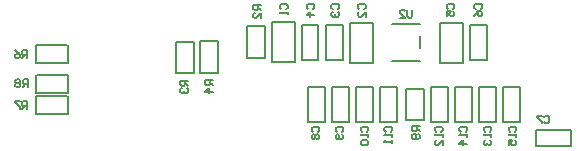
<source format=gbr>
%TF.GenerationSoftware,Altium Limited,Altium Designer,21.4.1 (30)*%
G04 Layer_Color=32896*
%FSLAX45Y45*%
%MOMM*%
%TF.SameCoordinates,7FD8979F-C22B-4491-80EA-6B84785AAA14*%
%TF.FilePolarity,Positive*%
%TF.FileFunction,Legend,Bot*%
%TF.Part,Single*%
G01*
G75*
%TA.AperFunction,NonConductor*%
%ADD30C,0.20000*%
%ADD31C,0.12700*%
D30*
X2738120Y1247260D02*
X2806700D01*
Y1247140D02*
Y1541780D01*
X2667000D02*
X2806700D01*
X2667000Y1247140D02*
Y1541780D01*
Y1247260D02*
X2738120D01*
X4653400Y515620D02*
Y584200D01*
X4653280Y515620D02*
X4947920D01*
Y655320D01*
X4653280D02*
X4947920D01*
X4653400Y584200D02*
Y655320D01*
X3266440Y1224280D02*
Y1559560D01*
X3073400Y1224280D02*
X3266440D01*
X3073400D02*
Y1562100D01*
X3266440D01*
X4028440Y1224280D02*
Y1559560D01*
X3835400Y1224280D02*
X4028440D01*
X3835400D02*
Y1562100D01*
X4028440D01*
X3430920Y1234460D02*
X3670300Y1234440D01*
X3670920Y1344460D02*
Y1444460D01*
X3430920Y1554460D02*
X3670920D01*
X2280920Y1529200D02*
X2357120D01*
Y1262380D02*
Y1526660D01*
X2204720Y1262380D02*
X2357120D01*
X2204720D02*
Y1526660D01*
Y1529200D02*
X2280920D01*
X2413000Y1226820D02*
X2606040D01*
Y1564640D01*
X2413000D02*
X2606040D01*
X2413000Y1229360D02*
Y1564640D01*
X2872740Y1541660D02*
X2941320D01*
X2872740Y1247140D02*
Y1541780D01*
Y1247140D02*
X3012440D01*
Y1541780D01*
X2941320Y1541660D02*
X3012440D01*
X4091940D02*
X4160520D01*
X4091940Y1247140D02*
Y1541780D01*
Y1247140D02*
X4231640D01*
Y1541780D01*
X4160520Y1541660D02*
X4231640D01*
X2720340Y724020D02*
X2791460D01*
X2720340Y723900D02*
Y1018540D01*
X2860040D01*
Y723900D02*
Y1018540D01*
X2791460Y724020D02*
X2860040D01*
X2994660D02*
X3063240D01*
Y723900D02*
Y1018540D01*
X2923540D02*
X3063240D01*
X2923540Y723900D02*
Y1018540D01*
Y724020D02*
X2994660D01*
X3126740D02*
X3197860D01*
X3126740Y723900D02*
Y1018540D01*
X3266440D01*
Y723900D02*
Y1018540D01*
X3197860Y724020D02*
X3266440D01*
X3401060D02*
X3469640D01*
Y723900D02*
Y1018540D01*
X3329940D02*
X3469640D01*
X3329940Y723900D02*
Y1018540D01*
Y724020D02*
X3401060D01*
X3553460Y736480D02*
X3629660D01*
X3553460Y739020D02*
Y1003300D01*
X3705860D01*
Y739020D02*
Y1003300D01*
X3629660Y736480D02*
X3705860D01*
X3761740Y724020D02*
X3832860D01*
X3761740Y723900D02*
Y1018540D01*
X3901440D01*
Y723900D02*
Y1018540D01*
X3832860Y724020D02*
X3901440D01*
X3964940D02*
X4036060D01*
X3964940Y723900D02*
Y1018540D01*
X4104640D01*
Y723900D02*
Y1018540D01*
X4036060Y724020D02*
X4104640D01*
X4239260D02*
X4307840D01*
Y723900D02*
Y1018540D01*
X4168140D02*
X4307840D01*
X4168140Y723900D02*
Y1018540D01*
Y724020D02*
X4239260D01*
X4442460D02*
X4511040D01*
Y723900D02*
Y1018540D01*
X4371340D02*
X4511040D01*
X4371340Y723900D02*
Y1018540D01*
Y724020D02*
X4442460D01*
X418980Y1046480D02*
Y1122680D01*
X421520D02*
X685800D01*
Y970280D02*
Y1122680D01*
X421520Y970280D02*
X685800D01*
X418980D02*
Y1046480D01*
X685920Y787400D02*
Y863600D01*
X419100Y787400D02*
X683380D01*
X419100D02*
Y939800D01*
X683380D01*
X685920Y863600D02*
Y939800D01*
Y1216660D02*
Y1292860D01*
X419100Y1216660D02*
X683380D01*
X419100D02*
Y1369060D01*
X683380D01*
X685920Y1292860D02*
Y1369060D01*
X1600200Y1135260D02*
X1676400D01*
X1600200Y1137800D02*
Y1402080D01*
X1752600D01*
Y1137800D02*
Y1402080D01*
X1676400Y1135260D02*
X1752600D01*
X1879600Y1404740D02*
X1955800D01*
Y1137920D02*
Y1402200D01*
X1803400Y1137920D02*
X1955800D01*
X1803400D02*
Y1402200D01*
Y1404740D02*
X1879600D01*
D31*
X4719740Y762840D02*
X4730320Y773420D01*
X4751480D01*
X4762060Y762840D01*
Y720520D01*
X4751480Y709940D01*
X4730320D01*
X4719740Y720520D01*
X4698580Y773420D02*
X4656260D01*
Y762840D01*
X4698580Y720520D01*
Y709940D01*
X3603820Y1667500D02*
Y1614600D01*
X3593240Y1604020D01*
X3572080D01*
X3561500Y1614600D01*
Y1667500D01*
X3498020Y1604020D02*
X3540340D01*
X3498020Y1646340D01*
Y1656920D01*
X3508600Y1667500D01*
X3529760D01*
X3540340Y1656920D01*
X3663940Y682820D02*
X3600460D01*
Y651080D01*
X3611040Y640500D01*
X3632200D01*
X3642780Y651080D01*
Y682820D01*
Y661660D02*
X3663940Y640500D01*
X3653360Y619340D02*
X3663940Y608760D01*
Y587600D01*
X3653360Y577020D01*
X3611040D01*
X3600460Y587600D01*
Y608760D01*
X3611040Y619340D01*
X3621620D01*
X3632200Y608760D01*
Y577020D01*
X347540Y1017280D02*
Y1080760D01*
X315800D01*
X305220Y1070180D01*
Y1049020D01*
X315800Y1038440D01*
X347540D01*
X326380D02*
X305220Y1017280D01*
X284060Y1070180D02*
X273480Y1080760D01*
X252320D01*
X241740Y1070180D01*
Y1059600D01*
X252320Y1049020D01*
X241740Y1038440D01*
Y1027860D01*
X252320Y1017280D01*
X273480D01*
X284060Y1027860D01*
Y1038440D01*
X273480Y1049020D01*
X284060Y1059600D01*
Y1070180D01*
X273480Y1049020D02*
X252320D01*
X342460Y834400D02*
Y897880D01*
X310720D01*
X300140Y887300D01*
Y866140D01*
X310720Y855560D01*
X342460D01*
X321300D02*
X300140Y834400D01*
X278980Y897880D02*
X236660D01*
Y887300D01*
X278980Y844980D01*
Y834400D01*
X342460Y1263660D02*
Y1327140D01*
X310720D01*
X300140Y1316560D01*
Y1295400D01*
X310720Y1284820D01*
X342460D01*
X321300D02*
X300140Y1263660D01*
X236660Y1327140D02*
X257820Y1316560D01*
X278980Y1295400D01*
Y1274240D01*
X268400Y1263660D01*
X247240D01*
X236660Y1274240D01*
Y1284820D01*
X247240Y1295400D01*
X278980D01*
X1911339Y1073980D02*
X1847860D01*
Y1042240D01*
X1858440Y1031660D01*
X1879599D01*
X1890180Y1042240D01*
Y1073980D01*
Y1052820D02*
X1911339Y1031660D01*
Y978761D02*
X1847860D01*
X1879599Y1010500D01*
Y968181D01*
X1703059Y1071440D02*
X1639580D01*
Y1039700D01*
X1650160Y1029120D01*
X1671319D01*
X1681900Y1039700D01*
Y1071440D01*
Y1050280D02*
X1703059Y1029120D01*
X1650160Y1007960D02*
X1639580Y997381D01*
Y976221D01*
X1650160Y965641D01*
X1660740D01*
X1671319Y976221D01*
Y986801D01*
Y976221D01*
X1681900Y965641D01*
X1692479D01*
X1703059Y976221D01*
Y997381D01*
X1692479Y1007960D01*
X2320280Y1708980D02*
X2256800D01*
Y1677240D01*
X2267380Y1666660D01*
X2288540D01*
X2299120Y1677240D01*
Y1708980D01*
Y1687820D02*
X2320280Y1666660D01*
Y1603180D02*
Y1645500D01*
X2277960Y1603180D01*
X2267380D01*
X2256800Y1613760D01*
Y1634920D01*
X2267380Y1645500D01*
X4428920Y639010D02*
X4418340Y649590D01*
Y670749D01*
X4428920Y681329D01*
X4471240D01*
X4481820Y670749D01*
Y649590D01*
X4471240Y639010D01*
X4481820Y617850D02*
Y596690D01*
Y607270D01*
X4418340D01*
X4428920Y617850D01*
X4418340Y522631D02*
Y564950D01*
X4450080D01*
X4439500Y543791D01*
Y533211D01*
X4450080Y522631D01*
X4471240D01*
X4481820Y533211D01*
Y554370D01*
X4471240Y564950D01*
X4012360Y639010D02*
X4001780Y649590D01*
Y670749D01*
X4012360Y681329D01*
X4054680D01*
X4065260Y670749D01*
Y649590D01*
X4054680Y639010D01*
X4065260Y617850D02*
Y596690D01*
Y607270D01*
X4001780D01*
X4012360Y617850D01*
X4065260Y533211D02*
X4001780D01*
X4033520Y564950D01*
Y522631D01*
X4218100Y639010D02*
X4207520Y649590D01*
Y670750D01*
X4218100Y681330D01*
X4260419D01*
X4270999Y670750D01*
Y649590D01*
X4260419Y639010D01*
X4270999Y617850D02*
Y596690D01*
Y607270D01*
X4207520D01*
X4218100Y617850D01*
Y564951D02*
X4207520Y554371D01*
Y533211D01*
X4218100Y522631D01*
X4228680D01*
X4239259Y533211D01*
Y543791D01*
Y533211D01*
X4249840Y522631D01*
X4260419D01*
X4270999Y533211D01*
Y554371D01*
X4260419Y564951D01*
X3806620Y639010D02*
X3796040Y649590D01*
Y670750D01*
X3806620Y681330D01*
X3848939D01*
X3859519Y670750D01*
Y649590D01*
X3848939Y639010D01*
X3859519Y617850D02*
Y596690D01*
Y607270D01*
X3796040D01*
X3806620Y617850D01*
X3859519Y522631D02*
Y564951D01*
X3817200Y522631D01*
X3806620D01*
X3796040Y533211D01*
Y554371D01*
X3806620Y564951D01*
X3377360Y638590D02*
X3366780Y649169D01*
Y670329D01*
X3377360Y680909D01*
X3419680D01*
X3430260Y670329D01*
Y649169D01*
X3419680Y638590D01*
X3430260Y617430D02*
Y596270D01*
Y606850D01*
X3366780D01*
X3377360Y617430D01*
X3430260Y564530D02*
Y543371D01*
Y553950D01*
X3366780D01*
X3377360Y564530D01*
X3176700Y639010D02*
X3166120Y649590D01*
Y670750D01*
X3176700Y681330D01*
X3219019D01*
X3229599Y670750D01*
Y649590D01*
X3219019Y639010D01*
X3229599Y617850D02*
Y596690D01*
Y607270D01*
X3166120D01*
X3176700Y617850D01*
Y564951D02*
X3166120Y554371D01*
Y533211D01*
X3176700Y522631D01*
X3219019D01*
X3229599Y533211D01*
Y554371D01*
X3219019Y564951D01*
X3176700D01*
X2963340Y637960D02*
X2952760Y648540D01*
Y669700D01*
X2963340Y680280D01*
X3005660D01*
X3016240Y669700D01*
Y648540D01*
X3005660Y637960D01*
Y616800D02*
X3016240Y606220D01*
Y585060D01*
X3005660Y574480D01*
X2963340D01*
X2952760Y585060D01*
Y606220D01*
X2963340Y616800D01*
X2973920D01*
X2984500Y606220D01*
Y574480D01*
X2760140Y637960D02*
X2749560Y648540D01*
Y669700D01*
X2760140Y680280D01*
X2802460D01*
X2813040Y669700D01*
Y648540D01*
X2802460Y637960D01*
X2760140Y616800D02*
X2749560Y606220D01*
Y585060D01*
X2760140Y574480D01*
X2770720D01*
X2781300Y585060D01*
X2791880Y574480D01*
X2802460D01*
X2813040Y585060D01*
Y606220D01*
X2802460Y616800D01*
X2791880D01*
X2781300Y606220D01*
X2770720Y616800D01*
X2760140D01*
X2781300Y606220D02*
Y585060D01*
X4139360Y1679360D02*
X4128780Y1689940D01*
Y1711100D01*
X4139360Y1721680D01*
X4181680D01*
X4192260Y1711100D01*
Y1689940D01*
X4181680Y1679360D01*
X4128780Y1615880D02*
X4139360Y1637040D01*
X4160520Y1658200D01*
X4181680D01*
X4192260Y1647620D01*
Y1626460D01*
X4181680Y1615880D01*
X4171100D01*
X4160520Y1626460D01*
Y1658200D01*
X3905680Y1679360D02*
X3895100Y1689940D01*
Y1711100D01*
X3905680Y1721680D01*
X3948000D01*
X3958580Y1711100D01*
Y1689940D01*
X3948000Y1679360D01*
X3895100Y1615880D02*
Y1658200D01*
X3926840D01*
X3916260Y1637040D01*
Y1626460D01*
X3926840Y1615880D01*
X3948000D01*
X3958580Y1626460D01*
Y1647620D01*
X3948000Y1658200D01*
X2719500Y1676820D02*
X2708920Y1687400D01*
Y1708560D01*
X2719500Y1719140D01*
X2761820D01*
X2772400Y1708560D01*
Y1687400D01*
X2761820Y1676820D01*
X2772400Y1623920D02*
X2708920D01*
X2740660Y1655660D01*
Y1613340D01*
X2927780Y1676820D02*
X2917200Y1687400D01*
Y1708560D01*
X2927780Y1719140D01*
X2970100D01*
X2980680Y1708560D01*
Y1687400D01*
X2970100Y1676820D01*
X2927780Y1655660D02*
X2917200Y1645080D01*
Y1623920D01*
X2927780Y1613340D01*
X2938360D01*
X2948940Y1623920D01*
Y1634500D01*
Y1623920D01*
X2959520Y1613340D01*
X2970100D01*
X2980680Y1623920D01*
Y1645080D01*
X2970100Y1655660D01*
X3153840Y1676820D02*
X3143260Y1687400D01*
Y1708560D01*
X3153840Y1719140D01*
X3196159D01*
X3206739Y1708560D01*
Y1687400D01*
X3196159Y1676820D01*
X3206739Y1613341D02*
Y1655660D01*
X3164420Y1613341D01*
X3153840D01*
X3143260Y1623921D01*
Y1645081D01*
X3153840Y1655660D01*
X2493440Y1673860D02*
X2482860Y1684440D01*
Y1705600D01*
X2493440Y1716179D01*
X2535760D01*
X2546340Y1705600D01*
Y1684440D01*
X2535760Y1673860D01*
X2546340Y1652700D02*
Y1631540D01*
Y1642120D01*
X2482860D01*
X2493440Y1652700D01*
%TF.MD5,988eeb07e6db68d4ba2e81df2cc87ada*%
M02*

</source>
